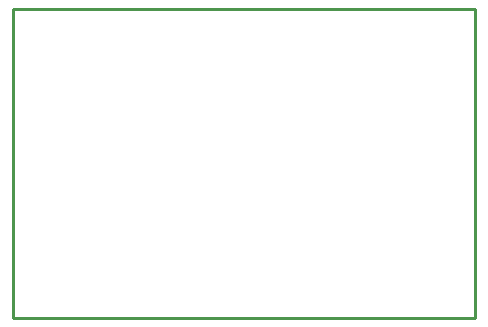
<source format=gko>
G04 Layer: BoardOutlineLayer*
G04 EasyEDA v6.5.46, 2025-03-27 13:21:17*
G04 704521dcdfe345978b60cab35befc636,6aa7a9a2d1144d06b9832bf800529d21,10*
G04 Gerber Generator version 0.2*
G04 Scale: 100 percent, Rotated: No, Reflected: No *
G04 Dimensions in millimeters *
G04 leading zeros omitted , absolute positions ,4 integer and 5 decimal *
%FSLAX45Y45*%
%MOMM*%

%ADD10C,0.2540*%
D10*
X0Y2616200D02*
G01*
X3911600Y2616200D01*
X3911600Y0D01*
X0Y0D01*
X0Y2616200D01*

%LPD*%
M02*

</source>
